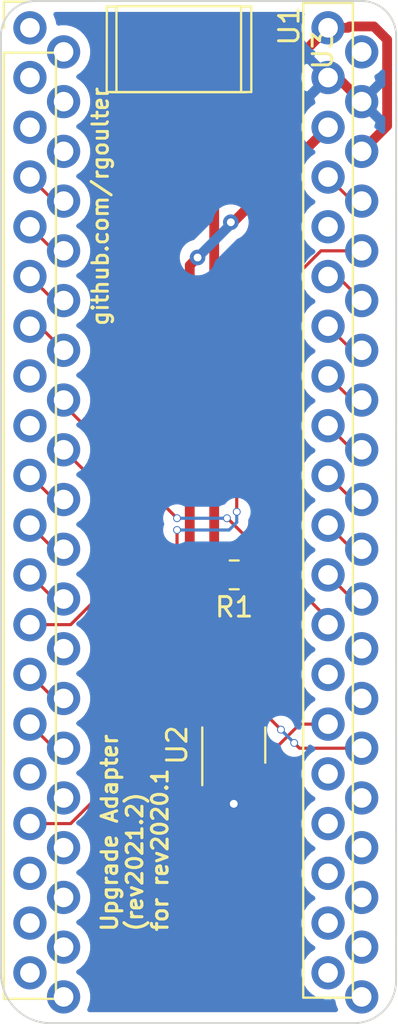
<source format=kicad_pcb>
(kicad_pcb (version 20171130) (host pcbnew "(5.1.8-0-10_14)")

  (general
    (thickness 1.6)
    (drawings 14)
    (tracks 93)
    (zones 0)
    (modules 4)
    (nets 27)
  )

  (page A4)
  (layers
    (0 F.Cu signal)
    (31 B.Cu signal)
    (32 B.Adhes user)
    (33 F.Adhes user)
    (34 B.Paste user)
    (35 F.Paste user)
    (36 B.SilkS user)
    (37 F.SilkS user)
    (38 B.Mask user)
    (39 F.Mask user)
    (40 Dwgs.User user)
    (41 Cmts.User user)
    (42 Eco1.User user)
    (43 Eco2.User user)
    (44 Edge.Cuts user)
    (45 Margin user)
    (46 B.CrtYd user)
    (47 F.CrtYd user)
    (48 B.Fab user)
    (49 F.Fab user)
  )

  (setup
    (last_trace_width 0.16)
    (trace_clearance 0.2)
    (zone_clearance 0.508)
    (zone_45_only no)
    (trace_min 0.16)
    (via_size 0.4)
    (via_drill 0.3)
    (via_min_size 0.4)
    (via_min_drill 0.3)
    (uvia_size 0.3)
    (uvia_drill 0.1)
    (uvias_allowed no)
    (uvia_min_size 0.2)
    (uvia_min_drill 0.1)
    (edge_width 0.1)
    (segment_width 0.2)
    (pcb_text_width 0.3)
    (pcb_text_size 1.5 1.5)
    (mod_edge_width 0.15)
    (mod_text_size 1 1)
    (mod_text_width 0.15)
    (pad_size 1.7 1.7)
    (pad_drill 1)
    (pad_to_mask_clearance 0)
    (aux_axis_origin 0 0)
    (grid_origin 25 25)
    (visible_elements FFFFFF7F)
    (pcbplotparams
      (layerselection 0x010fc_ffffffff)
      (usegerberextensions false)
      (usegerberattributes true)
      (usegerberadvancedattributes true)
      (creategerberjobfile true)
      (excludeedgelayer true)
      (linewidth 0.100000)
      (plotframeref false)
      (viasonmask false)
      (mode 1)
      (useauxorigin false)
      (hpglpennumber 1)
      (hpglpenspeed 20)
      (hpglpendiameter 15.000000)
      (psnegative false)
      (psa4output false)
      (plotreference true)
      (plotvalue true)
      (plotinvisibletext false)
      (padsonsilk false)
      (subtractmaskfromsilk false)
      (outputformat 1)
      (mirror false)
      (drillshape 0)
      (scaleselection 1)
      (outputdirectory "gerber/daughterboard_adapter_for-rev2020.1/"))
  )

  (net 0 "")
  (net 1 /5V)
  (net 2 /RGB_DIN_5V)
  (net 3 /RGB_DIN_3V3)
  (net 4 /GND)
  (net 5 /SW25)
  (net 6 /SW11)
  (net 7 /SW31)
  (net 8 /SW12)
  (net 9 /SW32)
  (net 10 /SW13)
  (net 11 /SW33)
  (net 12 /SW14)
  (net 13 /SW34)
  (net 14 /SW15)
  (net 15 /SW35)
  (net 16 /SW21)
  (net 17 /SW41)
  (net 18 /SW22)
  (net 19 /SW42)
  (net 20 /SW23)
  (net 21 /SW43)
  (net 22 /SW24)
  (net 23 /SCL_TX)
  (net 24 /SDA_RX)
  (net 25 "Net-(R1-Pad1)")
  (net 26 /3V3)

  (net_class Default "This is the default net class."
    (clearance 0.2)
    (trace_width 0.16)
    (via_dia 0.4)
    (via_drill 0.3)
    (uvia_dia 0.3)
    (uvia_drill 0.1)
    (add_net /3V3)
    (add_net /RGB_DIN_3V3)
    (add_net /RGB_DIN_5V)
    (add_net /SCL_TX)
    (add_net /SDA_RX)
    (add_net /SW11)
    (add_net /SW12)
    (add_net /SW13)
    (add_net /SW14)
    (add_net /SW15)
    (add_net /SW21)
    (add_net /SW22)
    (add_net /SW23)
    (add_net /SW24)
    (add_net /SW25)
    (add_net /SW31)
    (add_net /SW32)
    (add_net /SW33)
    (add_net /SW34)
    (add_net /SW35)
    (add_net /SW41)
    (add_net /SW42)
    (add_net /SW43)
    (add_net "Net-(R1-Pad1)")
  )

  (net_class Power ""
    (clearance 0.2)
    (trace_width 0.5)
    (via_dia 0.8)
    (via_drill 0.4)
    (uvia_dia 0.3)
    (uvia_drill 0.1)
    (add_net /5V)
    (add_net /GND)
  )

  (module ProjectLocal:WeAct_MiniF4_Staggerable_rev2020.1 (layer F.Cu) (tedit 6044A44A) (tstamp 6044BEFF)
    (at 28.2 27.6)
    (descr "Through hole headers for BluePill module. No SWD breakout. Fancy silkscreen.")
    (tags "module BlluePill Blue Pill header SWD breakout")
    (path /6045557F)
    (fp_text reference U3 (at 13.252 -0.1 90) (layer F.SilkS)
      (effects (font (size 1 1) (thickness 0.15)))
    )
    (fp_text value MiniF4 (at 20.32 24.765 -90) (layer F.Fab) hide
      (effects (font (size 1 1) (thickness 0.15)))
    )
    (fp_line (start 13.97 49.53) (end 13.97 -1.27) (layer F.Fab) (width 0.1))
    (fp_line (start 16.51 49.53) (end 13.97 49.53) (layer F.Fab) (width 0.1))
    (fp_line (start 16.51 -1.27) (end 16.51 49.53) (layer F.Fab) (width 0.1))
    (fp_line (start 13.97 -1.27) (end 16.51 -1.27) (layer F.Fab) (width 0.1))
    (fp_line (start -1.27 49.53) (end -1.27 -0.635) (layer F.Fab) (width 0.1))
    (fp_line (start 1.27 49.53) (end -1.27 49.53) (layer F.Fab) (width 0.1))
    (fp_line (start 1.27 -1.27) (end 1.27 49.53) (layer F.Fab) (width 0.1))
    (fp_line (start -0.635 -1.27) (end 1.27 -1.27) (layer F.Fab) (width 0.1))
    (fp_line (start -1.27 -0.635) (end -0.635 -1.27) (layer F.Fab) (width 0.1))
    (fp_line (start 3.72 3.48) (end 11.52 3.48) (layer F.Fab) (width 0.1))
    (pad 5V thru_hole circle (at 15.24 0) (size 1.7 1.7) (drill 1) (layers *.Cu *.Mask))
    (pad 25 thru_hole circle (at 0 0) (size 1.7 1.7) (drill 1) (layers *.Cu *.Mask))
    (pad GND thru_hole circle (at 15.24 2.54) (size 1.7 1.7) (drill 1) (layers *.Cu *.Mask)
      (net 4 /GND))
    (pad 26 thru_hole circle (at 0 2.54) (size 1.7 1.7) (drill 1) (layers *.Cu *.Mask))
    (pad 3V3 thru_hole circle (at 15.24 5.08) (size 1.7 1.7) (drill 1) (layers *.Cu *.Mask)
      (net 1 /5V))
    (pad 27 thru_hole circle (at 0 5.08) (size 1.7 1.7) (drill 1) (layers *.Cu *.Mask))
    (pad 21 thru_hole circle (at 15.24 7.62) (size 1.7 1.7) (drill 1) (layers *.Cu *.Mask)
      (net 5 /SW25))
    (pad 28 thru_hole circle (at 0 7.62) (size 1.7 1.7) (drill 1) (layers *.Cu *.Mask)
      (net 6 /SW11))
    (pad 20 thru_hole circle (at 15.24 10.16) (size 1.7 1.7) (drill 1) (layers *.Cu *.Mask)
      (net 7 /SW31))
    (pad 29 thru_hole circle (at 0 10.16) (size 1.7 1.7) (drill 1) (layers *.Cu *.Mask)
      (net 8 /SW12))
    (pad 19 thru_hole circle (at 15.24 12.7) (size 1.7 1.7) (drill 1) (layers *.Cu *.Mask)
      (net 9 /SW32))
    (pad 30 thru_hole circle (at 0 12.7) (size 1.7 1.7) (drill 1) (layers *.Cu *.Mask)
      (net 10 /SW13))
    (pad 18 thru_hole circle (at 15.24 15.24) (size 1.7 1.7) (drill 1) (layers *.Cu *.Mask)
      (net 11 /SW33))
    (pad 31 thru_hole circle (at 0 15.24) (size 1.7 1.7) (drill 1) (layers *.Cu *.Mask)
      (net 12 /SW14))
    (pad 17 thru_hole circle (at 15.24 17.78) (size 1.7 1.7) (drill 1) (layers *.Cu *.Mask)
      (net 13 /SW34))
    (pad 32 thru_hole circle (at 0 17.78) (size 1.7 1.7) (drill 1) (layers *.Cu *.Mask)
      (net 14 /SW15))
    (pad 16 thru_hole circle (at 15.24 20.32) (size 1.7 1.7) (drill 1) (layers *.Cu *.Mask)
      (net 15 /SW35))
    (pad 33 thru_hole circle (at 0 20.32) (size 1.7 1.7) (drill 1) (layers *.Cu *.Mask)
      (net 16 /SW21))
    (pad 15 thru_hole circle (at 15.24 22.86) (size 1.7 1.7) (drill 1) (layers *.Cu *.Mask)
      (net 17 /SW41))
    (pad 38 thru_hole circle (at 0 22.86) (size 1.7 1.7) (drill 1) (layers *.Cu *.Mask)
      (net 18 /SW22))
    (pad 14 thru_hole circle (at 15.24 25.4) (size 1.7 1.7) (drill 1) (layers *.Cu *.Mask)
      (net 19 /SW42))
    (pad 39 thru_hole circle (at 0 25.4) (size 1.7 1.7) (drill 1) (layers *.Cu *.Mask)
      (net 20 /SW23))
    (pad 13 thru_hole circle (at 15.24 27.94) (size 1.7 1.7) (drill 1) (layers *.Cu *.Mask)
      (net 21 /SW43))
    (pad 40 thru_hole circle (at 0 27.94) (size 1.7 1.7) (drill 1) (layers *.Cu *.Mask)
      (net 22 /SW24))
    (pad 12 thru_hole circle (at 15.24 30.48) (size 1.7 1.7) (drill 1) (layers *.Cu *.Mask))
    (pad 41 thru_hole circle (at 0 30.48) (size 1.7 1.7) (drill 1) (layers *.Cu *.Mask))
    (pad 11 thru_hole circle (at 15.24 33.02) (size 1.7 1.7) (drill 1) (layers *.Cu *.Mask))
    (pad 42 thru_hole circle (at 0 33.02) (size 1.7 1.7) (drill 1) (layers *.Cu *.Mask)
      (net 23 /SCL_TX))
    (pad 10 thru_hole circle (at 15.24 35.56) (size 1.7 1.7) (drill 1) (layers *.Cu *.Mask)
      (net 2 /RGB_DIN_5V))
    (pad 43 thru_hole circle (at 0 35.56) (size 1.7 1.7) (drill 1) (layers *.Cu *.Mask)
      (net 24 /SDA_RX))
    (pad 7 thru_hole circle (at 15.24 38.1) (size 1.7 1.7) (drill 1) (layers *.Cu *.Mask))
    (pad 45 thru_hole circle (at 0 38.1) (size 1.7 1.7) (drill 1) (layers *.Cu *.Mask))
    (pad 4 thru_hole circle (at 15.24 40.64) (size 1.7 1.7) (drill 1) (layers *.Cu *.Mask))
    (pad 46 thru_hole circle (at 0 40.64) (size 1.7 1.7) (drill 1) (layers *.Cu *.Mask))
    (pad 3 thru_hole circle (at 15.24 43.18) (size 1.7 1.7) (drill 1) (layers *.Cu *.Mask))
    (pad NC_5V thru_hole circle (at 0 43.18) (size 1.7 1.7) (drill 1) (layers *.Cu *.Mask))
    (pad 2 thru_hole circle (at 15.24 45.72) (size 1.7 1.7) (drill 1) (layers *.Cu *.Mask))
    (pad NC_GND thru_hole circle (at 0 45.72) (size 1.7 1.7) (drill 1) (layers *.Cu *.Mask))
    (pad 1 thru_hole circle (at 15.24 48.26) (size 1.7 1.7) (drill 1) (layers *.Cu *.Mask))
    (pad NC_3V3 thru_hole circle (at 0 48.26) (size 1.7 1.7) (drill 1) (layers *.Cu *.Mask))
    (model ${KIPRJMOD}/minif4_stm32f401_stm32f411_board.step
      (offset (xyz 7.6 -25 8))
      (scale (xyz 1 1 1))
      (rotate (xyz 0 0 90))
    )
    (model ${KISYS3DMOD}/Package_DIP.3dshapes/DIP-40_W15.24mm_Socket.step
      (at (xyz 0 0 0))
      (scale (xyz 1 1 1))
      (rotate (xyz 0 0 0))
    )
  )

  (module ProjectLocal:WeAct_MiniF4_Staggerable_rev2020.1 (layer F.Cu) (tedit 6044A36B) (tstamp 6044BFA7)
    (at 26.48 26.37)
    (descr "Through hole headers for BluePill module. No SWD breakout. Fancy silkscreen.")
    (tags "module BlluePill Blue Pill header SWD breakout")
    (path /60452D1B)
    (fp_text reference U1 (at 13.252 -0.1 90) (layer F.SilkS)
      (effects (font (size 1 1) (thickness 0.15)))
    )
    (fp_text value MiniF4 (at 20.32 24.765 -90) (layer F.Fab) hide
      (effects (font (size 1 1) (thickness 0.15)))
    )
    (fp_line (start 4.169988 -1.085) (end 4.169988 -1.089215) (layer F.SilkS) (width 0.12))
    (fp_line (start 11.070011 -1.085) (end 11.070011 -1.089215) (layer F.SilkS) (width 0.12))
    (fp_line (start 11.070011 3.29) (end 4.169988 3.29) (layer F.SilkS) (width 0.12))
    (fp_line (start 4.423589 -1.085064) (end 4.423589 3.29) (layer F.SilkS) (width 0.12))
    (fp_line (start 3.923589 -1.090575) (end 3.923572 -1.0935) (layer F.SilkS) (width 0.12))
    (fp_line (start 3.930103 -1.085) (end 3.923589 3.28) (layer F.SilkS) (width 0.12))
    (fp_line (start 11.31641 3.28) (end 3.923589 3.28) (layer F.SilkS) (width 0.12))
    (fp_line (start 3.930103 -1.085) (end 4.42 -1.085) (layer F.SilkS) (width 0.12))
    (fp_line (start 11.316427 -1.0935) (end 11.31641 3.28) (layer F.SilkS) (width 0.12))
    (fp_line (start 11.31641 -1.090575) (end 11.316427 -1.0935) (layer F.SilkS) (width 0.12))
    (fp_line (start 11.309896 -1.085) (end 10.82 -1.085) (layer F.SilkS) (width 0.12))
    (fp_line (start 10.795 -1.085064) (end 10.795 3.29) (layer F.SilkS) (width 0.12))
    (fp_line (start 10.82 -1.085) (end 10.81641 -1.085064) (layer F.SilkS) (width 0.12))
    (fp_line (start 4.42 -1.085) (end 4.423589 -1.085064) (layer F.SilkS) (width 0.12))
    (fp_line (start 10.758464 -1.106175) (end 4.481535 -1.106175) (layer F.SilkS) (width 0.12))
    (fp_line (start 3.928513 -1.085331) (end 3.930103 -1.085) (layer F.SilkS) (width 0.12))
    (fp_line (start 3.923572 -1.0935) (end 3.928513 -1.085331) (layer F.SilkS) (width 0.12))
    (fp_line (start 11.311486 -1.085331) (end 11.309896 -1.085) (layer F.SilkS) (width 0.12))
    (fp_line (start 11.316427 -1.0935) (end 11.311486 -1.085331) (layer F.SilkS) (width 0.12))
    (fp_line (start 13.97 49.53) (end 13.97 -1.27) (layer F.Fab) (width 0.1))
    (fp_line (start 16.51 49.53) (end 13.97 49.53) (layer F.Fab) (width 0.1))
    (fp_line (start 16.51 -1.27) (end 16.51 49.53) (layer F.Fab) (width 0.1))
    (fp_line (start 13.97 -1.27) (end 16.51 -1.27) (layer F.Fab) (width 0.1))
    (fp_line (start -1.27 49.53) (end -1.27 -0.635) (layer F.Fab) (width 0.1))
    (fp_line (start 1.27 49.53) (end -1.27 49.53) (layer F.Fab) (width 0.1))
    (fp_line (start 1.27 -1.27) (end 1.27 49.53) (layer F.Fab) (width 0.1))
    (fp_line (start -0.635 -1.27) (end 1.27 -1.27) (layer F.Fab) (width 0.1))
    (fp_line (start -1.27 -0.635) (end -0.635 -1.27) (layer F.Fab) (width 0.1))
    (fp_line (start 3.72 3.48) (end 11.52 3.48) (layer F.Fab) (width 0.1))
    (fp_line (start -1.33 1.27) (end 1.33 1.27) (layer F.SilkS) (width 0.12))
    (fp_line (start 1.33 1.27) (end 1.33 49.59) (layer F.SilkS) (width 0.12))
    (fp_line (start 1.33 49.59) (end -1.33 49.59) (layer F.SilkS) (width 0.12))
    (fp_line (start -1.33 49.59) (end -1.33 1.27) (layer F.SilkS) (width 0.12))
    (fp_line (start 13.97 -1.27) (end 16.51 -1.27) (layer F.SilkS) (width 0.12))
    (fp_line (start 16.51 -1.27) (end 16.51 49.53) (layer F.SilkS) (width 0.12))
    (fp_line (start 16.51 49.53) (end 13.97 49.53) (layer F.SilkS) (width 0.12))
    (fp_line (start 13.97 49.53) (end 13.97 -1.27) (layer F.SilkS) (width 0.12))
    (fp_line (start -1.33 0) (end -1.33 -1.33) (layer F.SilkS) (width 0.12))
    (fp_line (start -1.33 -1.33) (end 0 -1.33) (layer F.SilkS) (width 0.12))
    (pad 5V thru_hole circle (at 15.24 0) (size 1.7 1.7) (drill 1) (layers *.Cu *.Mask)
      (net 1 /5V))
    (pad 25 thru_hole circle (at 0 0) (size 1.7 1.7) (drill 1) (layers *.Cu *.Mask))
    (pad GND thru_hole circle (at 15.24 2.54) (size 1.7 1.7) (drill 1) (layers *.Cu *.Mask)
      (net 4 /GND))
    (pad 26 thru_hole circle (at 0 2.54) (size 1.7 1.7) (drill 1) (layers *.Cu *.Mask))
    (pad 3V3 thru_hole circle (at 15.24 5.08) (size 1.7 1.7) (drill 1) (layers *.Cu *.Mask)
      (net 26 /3V3))
    (pad 27 thru_hole circle (at 0 5.08) (size 1.7 1.7) (drill 1) (layers *.Cu *.Mask))
    (pad 21 thru_hole circle (at 15.24 7.62) (size 1.7 1.7) (drill 1) (layers *.Cu *.Mask)
      (net 5 /SW25))
    (pad 28 thru_hole circle (at 0 7.62) (size 1.7 1.7) (drill 1) (layers *.Cu *.Mask)
      (net 6 /SW11))
    (pad 20 thru_hole circle (at 15.24 10.16) (size 1.7 1.7) (drill 1) (layers *.Cu *.Mask))
    (pad 29 thru_hole circle (at 0 10.16) (size 1.7 1.7) (drill 1) (layers *.Cu *.Mask)
      (net 8 /SW12))
    (pad 19 thru_hole circle (at 15.24 12.7) (size 1.7 1.7) (drill 1) (layers *.Cu *.Mask)
      (net 9 /SW32))
    (pad 30 thru_hole circle (at 0 12.7) (size 1.7 1.7) (drill 1) (layers *.Cu *.Mask)
      (net 10 /SW13))
    (pad 18 thru_hole circle (at 15.24 15.24) (size 1.7 1.7) (drill 1) (layers *.Cu *.Mask)
      (net 11 /SW33))
    (pad 31 thru_hole circle (at 0 15.24) (size 1.7 1.7) (drill 1) (layers *.Cu *.Mask)
      (net 12 /SW14))
    (pad 17 thru_hole circle (at 15.24 17.78) (size 1.7 1.7) (drill 1) (layers *.Cu *.Mask)
      (net 13 /SW34))
    (pad 32 thru_hole circle (at 0 17.78) (size 1.7 1.7) (drill 1) (layers *.Cu *.Mask))
    (pad 16 thru_hole circle (at 15.24 20.32) (size 1.7 1.7) (drill 1) (layers *.Cu *.Mask)
      (net 15 /SW35))
    (pad 33 thru_hole circle (at 0 20.32) (size 1.7 1.7) (drill 1) (layers *.Cu *.Mask))
    (pad 15 thru_hole circle (at 15.24 22.86) (size 1.7 1.7) (drill 1) (layers *.Cu *.Mask)
      (net 17 /SW41))
    (pad 38 thru_hole circle (at 0 22.86) (size 1.7 1.7) (drill 1) (layers *.Cu *.Mask)
      (net 18 /SW22))
    (pad 14 thru_hole circle (at 15.24 25.4) (size 1.7 1.7) (drill 1) (layers *.Cu *.Mask)
      (net 19 /SW42))
    (pad 39 thru_hole circle (at 0 25.4) (size 1.7 1.7) (drill 1) (layers *.Cu *.Mask)
      (net 20 /SW23))
    (pad 13 thru_hole circle (at 15.24 27.94) (size 1.7 1.7) (drill 1) (layers *.Cu *.Mask)
      (net 21 /SW43))
    (pad 40 thru_hole circle (at 0 27.94) (size 1.7 1.7) (drill 1) (layers *.Cu *.Mask)
      (net 22 /SW24))
    (pad 12 thru_hole circle (at 15.24 30.48) (size 1.7 1.7) (drill 1) (layers *.Cu *.Mask)
      (net 14 /SW15))
    (pad 41 thru_hole circle (at 0 30.48) (size 1.7 1.7) (drill 1) (layers *.Cu *.Mask)
      (net 16 /SW21))
    (pad 11 thru_hole circle (at 15.24 33.02) (size 1.7 1.7) (drill 1) (layers *.Cu *.Mask))
    (pad 42 thru_hole circle (at 0 33.02) (size 1.7 1.7) (drill 1) (layers *.Cu *.Mask)
      (net 23 /SCL_TX))
    (pad 10 thru_hole circle (at 15.24 35.56) (size 1.7 1.7) (drill 1) (layers *.Cu *.Mask)
      (net 3 /RGB_DIN_3V3))
    (pad 43 thru_hole circle (at 0 35.56) (size 1.7 1.7) (drill 1) (layers *.Cu *.Mask)
      (net 24 /SDA_RX))
    (pad 7 thru_hole circle (at 15.24 38.1) (size 1.7 1.7) (drill 1) (layers *.Cu *.Mask))
    (pad 45 thru_hole circle (at 0 38.1) (size 1.7 1.7) (drill 1) (layers *.Cu *.Mask))
    (pad 4 thru_hole circle (at 15.24 40.64) (size 1.7 1.7) (drill 1) (layers *.Cu *.Mask))
    (pad 46 thru_hole circle (at 0 40.64) (size 1.7 1.7) (drill 1) (layers *.Cu *.Mask)
      (net 7 /SW31))
    (pad 3 thru_hole circle (at 15.24 43.18) (size 1.7 1.7) (drill 1) (layers *.Cu *.Mask))
    (pad NC_5V thru_hole circle (at 0 43.18) (size 1.7 1.7) (drill 1) (layers *.Cu *.Mask))
    (pad 2 thru_hole circle (at 15.24 45.72) (size 1.7 1.7) (drill 1) (layers *.Cu *.Mask))
    (pad NC_GND thru_hole circle (at 0 45.72) (size 1.7 1.7) (drill 1) (layers *.Cu *.Mask))
    (pad 1 thru_hole circle (at 15.24 48.26) (size 1.7 1.7) (drill 1) (layers *.Cu *.Mask))
    (pad NC_3V3 thru_hole circle (at 0 48.26) (size 1.7 1.7) (drill 1) (layers *.Cu *.Mask))
    (model ${KIPRJMOD}/minif4_stm32f401_stm32f411_board.step
      (offset (xyz 7.6 -25 8))
      (scale (xyz 1 1 1))
      (rotate (xyz 0 0 90))
    )
    (model ${KISYS3DMOD}/Package_DIP.3dshapes/DIP-40_W15.24mm_Socket.step
      (at (xyz 0 0 0))
      (scale (xyz 1 1 1))
      (rotate (xyz 0 0 0))
    )
  )

  (module Package_TO_SOT_SMD:SOT-23-6_Handsoldering (layer F.Cu) (tedit 5A02FF57) (tstamp 6044C09F)
    (at 36.9 63 90)
    (descr "6-pin SOT-23 package, Handsoldering")
    (tags "SOT-23-6 Handsoldering")
    (path /603EC747)
    (attr smd)
    (fp_text reference U2 (at 0 -2.9 90) (layer F.SilkS)
      (effects (font (size 1 1) (thickness 0.15)))
    )
    (fp_text value SN74LVC1T45DBV (at 0 2.9 90) (layer F.Fab)
      (effects (font (size 1 1) (thickness 0.15)))
    )
    (fp_line (start 0.9 -1.55) (end 0.9 1.55) (layer F.Fab) (width 0.1))
    (fp_line (start 0.9 1.55) (end -0.9 1.55) (layer F.Fab) (width 0.1))
    (fp_line (start -0.9 -0.9) (end -0.9 1.55) (layer F.Fab) (width 0.1))
    (fp_line (start 0.9 -1.55) (end -0.25 -1.55) (layer F.Fab) (width 0.1))
    (fp_line (start -0.9 -0.9) (end -0.25 -1.55) (layer F.Fab) (width 0.1))
    (fp_line (start -2.4 -1.8) (end 2.4 -1.8) (layer F.CrtYd) (width 0.05))
    (fp_line (start 2.4 -1.8) (end 2.4 1.8) (layer F.CrtYd) (width 0.05))
    (fp_line (start 2.4 1.8) (end -2.4 1.8) (layer F.CrtYd) (width 0.05))
    (fp_line (start -2.4 1.8) (end -2.4 -1.8) (layer F.CrtYd) (width 0.05))
    (fp_line (start 0.9 -1.61) (end -2.05 -1.61) (layer F.SilkS) (width 0.12))
    (fp_line (start -0.9 1.61) (end 0.9 1.61) (layer F.SilkS) (width 0.12))
    (fp_text user %R (at 0 0) (layer F.Fab)
      (effects (font (size 0.5 0.5) (thickness 0.075)))
    )
    (pad 1 smd rect (at -1.35 -0.95 90) (size 1.56 0.65) (layers F.Cu F.Paste F.Mask)
      (net 26 /3V3))
    (pad 2 smd rect (at -1.35 0 90) (size 1.56 0.65) (layers F.Cu F.Paste F.Mask)
      (net 4 /GND))
    (pad 3 smd rect (at -1.35 0.95 90) (size 1.56 0.65) (layers F.Cu F.Paste F.Mask)
      (net 3 /RGB_DIN_3V3))
    (pad 4 smd rect (at 1.35 0.95 90) (size 1.56 0.65) (layers F.Cu F.Paste F.Mask)
      (net 2 /RGB_DIN_5V))
    (pad 6 smd rect (at 1.35 -0.95 90) (size 1.56 0.65) (layers F.Cu F.Paste F.Mask)
      (net 1 /5V))
    (pad 5 smd rect (at 1.35 0 90) (size 1.56 0.65) (layers F.Cu F.Paste F.Mask)
      (net 25 "Net-(R1-Pad1)"))
    (model ${KISYS3DMOD}/Package_TO_SOT_SMD.3dshapes/SOT-23-6.wrl
      (at (xyz 0 0 0))
      (scale (xyz 1 1 1))
      (rotate (xyz 0 0 0))
    )
  )

  (module Resistor_SMD:R_0805_2012Metric_Pad1.20x1.40mm_HandSolder (layer F.Cu) (tedit 5F68FEEE) (tstamp 6044C067)
    (at 36.921 54.308 180)
    (descr "Resistor SMD 0805 (2012 Metric), square (rectangular) end terminal, IPC_7351 nominal with elongated pad for handsoldering. (Body size source: IPC-SM-782 page 72, https://www.pcb-3d.com/wordpress/wp-content/uploads/ipc-sm-782a_amendment_1_and_2.pdf), generated with kicad-footprint-generator")
    (tags "resistor handsolder")
    (path /603F5BAE)
    (attr smd)
    (fp_text reference R1 (at 0 -1.65) (layer F.SilkS)
      (effects (font (size 1 1) (thickness 0.15)))
    )
    (fp_text value "2.2k - 10k" (at 0 1.65) (layer F.Fab)
      (effects (font (size 1 1) (thickness 0.15)))
    )
    (fp_line (start 1.85 0.95) (end -1.85 0.95) (layer F.CrtYd) (width 0.05))
    (fp_line (start 1.85 -0.95) (end 1.85 0.95) (layer F.CrtYd) (width 0.05))
    (fp_line (start -1.85 -0.95) (end 1.85 -0.95) (layer F.CrtYd) (width 0.05))
    (fp_line (start -1.85 0.95) (end -1.85 -0.95) (layer F.CrtYd) (width 0.05))
    (fp_line (start -0.227064 0.735) (end 0.227064 0.735) (layer F.SilkS) (width 0.12))
    (fp_line (start -0.227064 -0.735) (end 0.227064 -0.735) (layer F.SilkS) (width 0.12))
    (fp_line (start 1 0.625) (end -1 0.625) (layer F.Fab) (width 0.1))
    (fp_line (start 1 -0.625) (end 1 0.625) (layer F.Fab) (width 0.1))
    (fp_line (start -1 -0.625) (end 1 -0.625) (layer F.Fab) (width 0.1))
    (fp_line (start -1 0.625) (end -1 -0.625) (layer F.Fab) (width 0.1))
    (fp_text user %R (at 0 0) (layer F.Fab)
      (effects (font (size 0.5 0.5) (thickness 0.08)))
    )
    (pad 1 smd roundrect (at -1 0 180) (size 1.2 1.4) (layers F.Cu F.Paste F.Mask) (roundrect_rratio 0.2083325)
      (net 25 "Net-(R1-Pad1)"))
    (pad 2 smd roundrect (at 1 0 180) (size 1.2 1.4) (layers F.Cu F.Paste F.Mask) (roundrect_rratio 0.2083325)
      (net 1 /5V))
    (model ${KISYS3DMOD}/Resistor_SMD.3dshapes/R_0805_2012Metric.wrl
      (at (xyz 0 0 0))
      (scale (xyz 1 1 1))
      (rotate (xyz 0 0 0))
    )
  )

  (gr_arc (start 27.54 74.66) (end 25 74.66) (angle -90) (layer Edge.Cuts) (width 0.1))
  (gr_arc (start 43.034 75.038) (end 43.034 77.2) (angle -90) (layer Edge.Cuts) (width 0.1))
  (gr_arc (start 26.778 26.778) (end 26.778 25) (angle -90) (layer Edge.Cuts) (width 0.1))
  (gr_arc (start 43.422 26.778) (end 45.2 26.778) (angle -90) (layer Edge.Cuts) (width 0.1))
  (gr_line (start 31.968 73.993) (end 38.191 73.993) (layer Dwgs.User) (width 3) (tstamp 6044C04F))
  (gr_line (start 32.222 43.005) (end 38.445 43.005) (layer Dwgs.User) (width 3) (tstamp 6044C088))
  (gr_line (start 32.222 58.118) (end 38.445 58.118) (layer Dwgs.User) (width 3) (tstamp 6044C055))
  (gr_line (start 31.587 27.638) (end 37.81 27.638) (layer Dwgs.User) (width 3) (tstamp 6044C04C))
  (gr_text github.com/rgoulter (at 30.08 29.318 90) (layer F.SilkS) (tstamp 6044C0D0)
    (effects (font (size 0.8 0.8) (thickness 0.15)) (justify right))
  )
  (gr_text "Upgrade Adapter\n(rev2021.2)\nfor rev2020.1" (at 31.841 72.596 90) (layer F.SilkS) (tstamp 6044C0D3)
    (effects (font (size 0.8 0.8) (thickness 0.16)) (justify left))
  )
  (gr_line (start 25 74.66) (end 25 26.778) (layer Edge.Cuts) (width 0.1) (tstamp 6044C0CA))
  (gr_line (start 43.034 77.2) (end 27.54 77.2) (layer Edge.Cuts) (width 0.1) (tstamp 6044C0CD))
  (gr_line (start 45.2 26.778) (end 45.196 75.038) (layer Edge.Cuts) (width 0.1) (tstamp 6044BED2))
  (gr_line (start 26.778 25) (end 43.422 25) (layer Edge.Cuts) (width 0.1) (tstamp 6044BECF))

  (segment (start 35.9 61.6) (end 35.95 61.65) (width 0.5) (layer F.Cu) (net 1) (tstamp 6044C169) (status 30))
  (segment (start 35.9 32.19) (end 35.9 61.6) (width 0.5) (layer F.Cu) (net 1) (tstamp 6044C16C) (status 20))
  (segment (start 35.9 32.19) (end 41.72 26.37) (width 0.5) (layer F.Cu) (net 1) (tstamp 6044C16F) (status 20))
  (segment (start 44.740001 31.379999) (end 43.44 32.68) (width 0.5) (layer F.Cu) (net 1) (tstamp 6044C175) (status 20))
  (segment (start 44.740001 26.975999) (end 44.740001 31.379999) (width 0.5) (layer F.Cu) (net 1) (tstamp 6044E318))
  (segment (start 44.064001 26.299999) (end 44.740001 26.975999) (width 0.5) (layer F.Cu) (net 1) (tstamp 6044C17B))
  (segment (start 42.815999 26.299999) (end 44.064001 26.299999) (width 0.5) (layer F.Cu) (net 1) (tstamp 6044C17E))
  (segment (start 42.745998 26.37) (end 42.815999 26.299999) (width 0.5) (layer F.Cu) (net 1) (tstamp 6044C181))
  (segment (start 41.72 26.37) (end 42.745998 26.37) (width 0.5) (layer F.Cu) (net 1) (tstamp 6044C184) (status 10))
  (via (at 39.989412 62.889412) (size 0.4) (drill 0.3) (layers F.Cu B.Cu) (net 2) (tstamp 6044C15D))
  (segment (start 40.26 63.16) (end 39.989412 62.889412) (width 0.16) (layer F.Cu) (net 2) (tstamp 6044C15A))
  (segment (start 43.44 63.16) (end 40.26 63.16) (width 0.16) (layer F.Cu) (net 2) (tstamp 6044C157) (status 10))
  (via (at 39.310588 62.210588) (size 0.4) (drill 0.3) (layers F.Cu B.Cu) (net 2) (tstamp 6044C154))
  (segment (start 39.989412 62.889412) (end 39.310588 62.210588) (width 0.16) (layer B.Cu) (net 2) (tstamp 6044C151))
  (segment (start 38.75 61.65) (end 37.85 61.65) (width 0.16) (layer F.Cu) (net 2) (tstamp 6044C14E) (status 20))
  (segment (start 39.310588 62.210588) (end 38.75 61.65) (width 0.16) (layer F.Cu) (net 2) (tstamp 6044C14B))
  (segment (start 40.27 61.93) (end 37.85 64.35) (width 0.16) (layer F.Cu) (net 3) (tstamp 6044C148) (status 20))
  (segment (start 41.72 61.93) (end 40.27 61.93) (width 0.16) (layer F.Cu) (net 3) (tstamp 6044C145) (status 10))
  (segment (start 42.21 28.91) (end 43.44 30.14) (width 0.5) (layer F.Cu) (net 4) (tstamp 6044C142) (status 30))
  (segment (start 41.72 28.91) (end 42.21 28.91) (width 0.5) (layer F.Cu) (net 4) (tstamp 6044C13F) (status 30))
  (via (at 36.9 66) (size 0.8) (drill 0.4) (layers F.Cu B.Cu) (net 4) (tstamp 6044C13C))
  (segment (start 36.9 64.35) (end 36.9 66) (width 0.5) (layer F.Cu) (net 4) (tstamp 6044C139) (status 10))
  (segment (start 42.95 35.22) (end 43.44 35.22) (width 0.16) (layer F.Cu) (net 5) (tstamp 6044C11B) (status 30))
  (segment (start 41.72 33.99) (end 42.95 35.22) (width 0.16) (layer F.Cu) (net 5) (tstamp 6044C118) (status 30))
  (segment (start 27.71 35.22) (end 28.2 35.22) (width 0.16) (layer F.Cu) (net 6) (tstamp 6044C115) (status 30))
  (segment (start 26.48 33.99) (end 27.71 35.22) (width 0.16) (layer F.Cu) (net 6) (tstamp 6044C112) (status 30))
  (via (at 37.052001 51.087371) (size 0.4) (drill 0.3) (layers F.Cu B.Cu) (net 7))
  (segment (start 37.052001 42.065597) (end 37.052001 51.087371) (width 0.16) (layer F.Cu) (net 7))
  (segment (start 41.357598 37.76) (end 37.052001 42.065597) (width 0.16) (layer F.Cu) (net 7))
  (segment (start 43.44 37.76) (end 41.357598 37.76) (width 0.16) (layer F.Cu) (net 7))
  (via (at 34.000001 52.016003) (size 0.4) (drill 0.3) (layers F.Cu B.Cu) (net 7))
  (segment (start 36.660399 52.016003) (end 34.000001 52.016003) (width 0.16) (layer B.Cu) (net 7))
  (segment (start 37.052001 51.624401) (end 36.660399 52.016003) (width 0.16) (layer B.Cu) (net 7))
  (segment (start 37.052001 51.087371) (end 37.052001 51.624401) (width 0.16) (layer B.Cu) (net 7))
  (segment (start 28.562402 67.01) (end 26.48 67.01) (width 0.16) (layer F.Cu) (net 7))
  (segment (start 34.000001 61.572401) (end 28.562402 67.01) (width 0.16) (layer F.Cu) (net 7))
  (segment (start 34.000001 52.016003) (end 34.000001 61.572401) (width 0.16) (layer F.Cu) (net 7))
  (segment (start 27.71 37.76) (end 28.2 37.76) (width 0.16) (layer F.Cu) (net 8) (tstamp 6044C103) (status 30))
  (segment (start 26.48 36.53) (end 27.71 37.76) (width 0.16) (layer F.Cu) (net 8) (tstamp 6044C100) (status 30))
  (segment (start 42.21 39.07) (end 41.72 39.07) (width 0.16) (layer F.Cu) (net 9) (tstamp 6044C0FD) (status 30))
  (segment (start 43.44 40.3) (end 42.21 39.07) (width 0.16) (layer F.Cu) (net 9) (tstamp 6044C0FA) (status 30))
  (segment (start 27.71 40.3) (end 28.2 40.3) (width 0.16) (layer F.Cu) (net 10) (tstamp 6044C0F7) (status 30))
  (segment (start 26.48 39.07) (end 27.71 40.3) (width 0.16) (layer F.Cu) (net 10) (tstamp 6044C0F4) (status 30))
  (segment (start 42.95 42.84) (end 43.44 42.84) (width 0.16) (layer F.Cu) (net 11) (tstamp 6044C0F1) (status 30))
  (segment (start 41.72 41.61) (end 42.95 42.84) (width 0.16) (layer F.Cu) (net 11) (tstamp 6044C0EE) (status 30))
  (segment (start 26.97 41.61) (end 26.48 41.61) (width 0.16) (layer F.Cu) (net 12) (tstamp 6044C0EB) (status 30))
  (segment (start 28.2 42.84) (end 26.97 41.61) (width 0.16) (layer F.Cu) (net 12) (tstamp 6044C0E8) (status 30))
  (segment (start 42.95 45.38) (end 43.44 45.38) (width 0.16) (layer F.Cu) (net 13) (tstamp 6044C0E5) (status 30))
  (segment (start 41.72 44.15) (end 42.95 45.38) (width 0.16) (layer F.Cu) (net 13) (tstamp 6044C0E2) (status 30))
  (via (at 36.55 51.416) (size 0.4) (drill 0.3) (layers F.Cu B.Cu) (net 14))
  (segment (start 36.57855 51.416) (end 36.55 51.416) (width 0.16) (layer F.Cu) (net 14))
  (segment (start 41.72 56.55745) (end 36.57855 51.416) (width 0.16) (layer F.Cu) (net 14))
  (segment (start 41.72 56.85) (end 41.72 56.55745) (width 0.16) (layer F.Cu) (net 14))
  (via (at 34.000001 51.416) (size 0.4) (drill 0.3) (layers F.Cu B.Cu) (net 14))
  (segment (start 36.55 51.416) (end 34.000001 51.416) (width 0.16) (layer B.Cu) (net 14))
  (segment (start 28.2 45.615999) (end 28.2 45.38) (width 0.16) (layer F.Cu) (net 14))
  (segment (start 34.000001 51.416) (end 28.2 45.615999) (width 0.16) (layer F.Cu) (net 14))
  (segment (start 42.95 47.92) (end 43.44 47.92) (width 0.16) (layer F.Cu) (net 15) (tstamp 6044C1CC) (status 30))
  (segment (start 41.72 46.69) (end 42.95 47.92) (width 0.16) (layer F.Cu) (net 15) (tstamp 6044C1C9) (status 30))
  (segment (start 28.562402 56.85) (end 26.48 56.85) (width 0.16) (layer F.Cu) (net 16) (tstamp 6044C1C6) (status 20))
  (segment (start 29.21 48.91) (end 30.7 50.4) (width 0.16) (layer F.Cu) (net 16) (tstamp 6044C1C3))
  (segment (start 28.2 47.92) (end 29.19 48.91) (width 0.16) (layer F.Cu) (net 16) (tstamp 6044C1C0) (status 10))
  (segment (start 30.7 54.712402) (end 28.562402 56.85) (width 0.16) (layer F.Cu) (net 16) (tstamp 6044C1BD))
  (segment (start 29.19 48.91) (end 29.21 48.91) (width 0.16) (layer F.Cu) (net 16) (tstamp 6044C1BA))
  (segment (start 30.7 50.4) (end 30.7 54.712402) (width 0.16) (layer F.Cu) (net 16) (tstamp 6044C1B7))
  (segment (start 42.95 50.46) (end 43.44 50.46) (width 0.16) (layer F.Cu) (net 17) (tstamp 6044C1B4) (status 30))
  (segment (start 41.72 49.23) (end 42.95 50.46) (width 0.16) (layer F.Cu) (net 17) (tstamp 6044C1B1) (status 30))
  (segment (start 27.71 50.46) (end 28.2 50.46) (width 0.16) (layer F.Cu) (net 18) (tstamp 6044C1AE) (status 30))
  (segment (start 26.48 49.23) (end 27.71 50.46) (width 0.16) (layer F.Cu) (net 18) (tstamp 6044C1AB) (status 30))
  (segment (start 42.95 53) (end 43.44 53) (width 0.16) (layer F.Cu) (net 19) (tstamp 6044C1A8) (status 30))
  (segment (start 41.72 51.77) (end 42.95 53) (width 0.16) (layer F.Cu) (net 19) (tstamp 6044C1A5) (status 30))
  (segment (start 27.71 53) (end 28.2 53) (width 0.16) (layer F.Cu) (net 20) (tstamp 6044C1A2) (status 30))
  (segment (start 26.48 51.77) (end 27.71 53) (width 0.16) (layer F.Cu) (net 20) (tstamp 6044C19F) (status 30))
  (segment (start 42.95 55.54) (end 43.44 55.54) (width 0.16) (layer F.Cu) (net 21) (tstamp 6044C19C) (status 30))
  (segment (start 41.72 54.31) (end 42.95 55.54) (width 0.16) (layer F.Cu) (net 21) (tstamp 6044C199) (status 30))
  (segment (start 27.71 55.54) (end 28.2 55.54) (width 0.16) (layer F.Cu) (net 22) (tstamp 6044C196) (status 30))
  (segment (start 26.48 54.31) (end 27.71 55.54) (width 0.16) (layer F.Cu) (net 22) (tstamp 6044C193) (status 30))
  (segment (start 27.71 60.62) (end 28.2 60.62) (width 0.16) (layer F.Cu) (net 23) (tstamp 6044C190) (status 30))
  (segment (start 26.48 59.39) (end 27.71 60.62) (width 0.16) (layer F.Cu) (net 23) (tstamp 6044C18D) (status 30))
  (segment (start 27.71 63.16) (end 28.2 63.16) (width 0.16) (layer F.Cu) (net 24) (tstamp 6044C18A) (status 30))
  (segment (start 26.48 61.93) (end 27.71 63.16) (width 0.16) (layer F.Cu) (net 24) (tstamp 6044C187) (status 30))
  (segment (start 36.9 60.806) (end 36.9 61.65) (width 0.16) (layer F.Cu) (net 25) (tstamp 6044C166) (status 20))
  (segment (start 37.921 59.785) (end 36.9 60.806) (width 0.16) (layer F.Cu) (net 25) (tstamp 6044C163))
  (segment (start 37.921 54.308) (end 37.921 59.785) (width 0.16) (layer F.Cu) (net 25) (tstamp 6044C160) (status 10))
  (segment (start 36.87 36.3) (end 36.75 36.3) (width 0.5) (layer F.Cu) (net 26) (tstamp 6044C136))
  (via (at 36.75 36.3) (size 0.8) (drill 0.4) (layers F.Cu B.Cu) (net 26) (tstamp 6044C133))
  (segment (start 41.72 31.45) (end 36.87 36.3) (width 0.5) (layer F.Cu) (net 26) (tstamp 6044C130) (status 10))
  (via (at 35.05 38.1) (size 0.8) (drill 0.4) (layers F.Cu B.Cu) (net 26) (tstamp 6044C12D))
  (segment (start 36.75 36.4) (end 35.05 38.1) (width 0.5) (layer B.Cu) (net 26) (tstamp 6044C12A))
  (segment (start 36.75 36.3) (end 36.75 36.4) (width 0.5) (layer B.Cu) (net 26) (tstamp 6044C127))
  (segment (start 34.650001 63.050001) (end 35.95 64.35) (width 0.5) (layer F.Cu) (net 26) (tstamp 6044C124) (status 20))
  (segment (start 34.650001 38.499999) (end 34.650001 63.050001) (width 0.5) (layer F.Cu) (net 26) (tstamp 6044C121))
  (segment (start 35.05 38.1) (end 34.650001 38.499999) (width 0.5) (layer F.Cu) (net 26) (tstamp 6044C11E))

  (zone (net 4) (net_name /GND) (layer B.Cu) (tstamp 604823B7) (hatch edge 0.508)
    (connect_pads (clearance 0.508))
    (min_thickness 0.254)
    (fill yes (arc_segments 32) (thermal_gap 0.508) (thermal_bridge_width 0.508))
    (polygon
      (pts
        (xy 45.303 77.168) (xy 24.983 77.168) (xy 24.983 24.971) (xy 45.303 24.971)
      )
    )
    (filled_polygon
      (pts
        (xy 40.292068 25.936842) (xy 40.235 26.22374) (xy 40.235 26.51626) (xy 40.292068 26.803158) (xy 40.40401 27.073411)
        (xy 40.566525 27.316632) (xy 40.773368 27.523475) (xy 40.946729 27.639311) (xy 40.871208 27.881603) (xy 41.72 28.730395)
        (xy 41.734143 28.716253) (xy 41.913748 28.895858) (xy 41.899605 28.91) (xy 41.913748 28.924143) (xy 41.734143 29.103748)
        (xy 41.72 29.089605) (xy 40.871208 29.938397) (xy 40.946729 30.180689) (xy 40.773368 30.296525) (xy 40.566525 30.503368)
        (xy 40.40401 30.746589) (xy 40.292068 31.016842) (xy 40.235 31.30374) (xy 40.235 31.59626) (xy 40.292068 31.883158)
        (xy 40.40401 32.153411) (xy 40.566525 32.396632) (xy 40.773368 32.603475) (xy 40.94776 32.72) (xy 40.773368 32.836525)
        (xy 40.566525 33.043368) (xy 40.40401 33.286589) (xy 40.292068 33.556842) (xy 40.235 33.84374) (xy 40.235 34.13626)
        (xy 40.292068 34.423158) (xy 40.40401 34.693411) (xy 40.566525 34.936632) (xy 40.773368 35.143475) (xy 40.94776 35.26)
        (xy 40.773368 35.376525) (xy 40.566525 35.583368) (xy 40.40401 35.826589) (xy 40.292068 36.096842) (xy 40.235 36.38374)
        (xy 40.235 36.67626) (xy 40.292068 36.963158) (xy 40.40401 37.233411) (xy 40.566525 37.476632) (xy 40.773368 37.683475)
        (xy 40.94776 37.8) (xy 40.773368 37.916525) (xy 40.566525 38.123368) (xy 40.40401 38.366589) (xy 40.292068 38.636842)
        (xy 40.235 38.92374) (xy 40.235 39.21626) (xy 40.292068 39.503158) (xy 40.40401 39.773411) (xy 40.566525 40.016632)
        (xy 40.773368 40.223475) (xy 40.94776 40.34) (xy 40.773368 40.456525) (xy 40.566525 40.663368) (xy 40.40401 40.906589)
        (xy 40.292068 41.176842) (xy 40.235 41.46374) (xy 40.235 41.75626) (xy 40.292068 42.043158) (xy 40.40401 42.313411)
        (xy 40.566525 42.556632) (xy 40.773368 42.763475) (xy 40.94776 42.88) (xy 40.773368 42.996525) (xy 40.566525 43.203368)
        (xy 40.40401 43.446589) (xy 40.292068 43.716842) (xy 40.235 44.00374) (xy 40.235 44.29626) (xy 40.292068 44.583158)
        (xy 40.40401 44.853411) (xy 40.566525 45.096632) (xy 40.773368 45.303475) (xy 40.94776 45.42) (xy 40.773368 45.536525)
        (xy 40.566525 45.743368) (xy 40.40401 45.986589) (xy 40.292068 46.256842) (xy 40.235 46.54374) (xy 40.235 46.83626)
        (xy 40.292068 47.123158) (xy 40.40401 47.393411) (xy 40.566525 47.636632) (xy 40.773368 47.843475) (xy 40.94776 47.96)
        (xy 40.773368 48.076525) (xy 40.566525 48.283368) (xy 40.40401 48.526589) (xy 40.292068 48.796842) (xy 40.235 49.08374)
        (xy 40.235 49.37626) (xy 40.292068 49.663158) (xy 40.40401 49.933411) (xy 40.566525 50.176632) (xy 40.773368 50.383475)
        (xy 40.94776 50.5) (xy 40.773368 50.616525) (xy 40.566525 50.823368) (xy 40.40401 51.066589) (xy 40.292068 51.336842)
        (xy 40.235 51.62374) (xy 40.235 51.91626) (xy 40.292068 52.203158) (xy 40.40401 52.473411) (xy 40.566525 52.716632)
        (xy 40.773368 52.923475) (xy 40.94776 53.04) (xy 40.773368 53.156525) (xy 40.566525 53.363368) (xy 40.40401 53.606589)
        (xy 40.292068 53.876842) (xy 40.235 54.16374) (xy 40.235 54.45626) (xy 40.292068 54.743158) (xy 40.40401 55.013411)
        (xy 40.566525 55.256632) (xy 40.773368 55.463475) (xy 40.94776 55.58) (xy 40.773368 55.696525) (xy 40.566525 55.903368)
        (xy 40.40401 56.146589) (xy 40.292068 56.416842) (xy 40.235 56.70374) (xy 40.235 56.99626) (xy 40.292068 57.283158)
        (xy 40.40401 57.553411) (xy 40.566525 57.796632) (xy 40.773368 58.003475) (xy 40.94776 58.12) (xy 40.773368 58.236525)
        (xy 40.566525 58.443368) (xy 40.40401 58.686589) (xy 40.292068 58.956842) (xy 40.235 59.24374) (xy 40.235 59.53626)
        (xy 40.292068 59.823158) (xy 40.40401 60.093411) (xy 40.566525 60.336632) (xy 40.773368 60.543475) (xy 40.94776 60.66)
        (xy 40.773368 60.776525) (xy 40.566525 60.983368) (xy 40.40401 61.226589) (xy 40.292068 61.496842) (xy 40.235 61.78374)
        (xy 40.235 62.07626) (xy 40.237402 62.088336) (xy 40.232972 62.086501) (xy 40.188895 62.077733) (xy 40.122267 62.011105)
        (xy 40.113499 61.967028) (xy 40.050555 61.815067) (xy 39.959175 61.678307) (xy 39.842869 61.562001) (xy 39.706109 61.470621)
        (xy 39.554148 61.407677) (xy 39.392828 61.375588) (xy 39.228348 61.375588) (xy 39.067028 61.407677) (xy 38.915067 61.470621)
        (xy 38.778307 61.562001) (xy 38.662001 61.678307) (xy 38.570621 61.815067) (xy 38.507677 61.967028) (xy 38.475588 62.128348)
        (xy 38.475588 62.292828) (xy 38.507677 62.454148) (xy 38.570621 62.606109) (xy 38.662001 62.742869) (xy 38.778307 62.859175)
        (xy 38.915067 62.950555) (xy 39.067028 63.013499) (xy 39.111105 63.022267) (xy 39.177733 63.088895) (xy 39.186501 63.132972)
        (xy 39.249445 63.284933) (xy 39.340825 63.421693) (xy 39.457131 63.537999) (xy 39.593891 63.629379) (xy 39.745852 63.692323)
        (xy 39.907172 63.724412) (xy 40.071652 63.724412) (xy 40.232972 63.692323) (xy 40.384933 63.629379) (xy 40.521693 63.537999)
        (xy 40.637999 63.421693) (xy 40.729379 63.284933) (xy 40.792323 63.132972) (xy 40.79879 63.100461) (xy 40.94776 63.2)
        (xy 40.773368 63.316525) (xy 40.566525 63.523368) (xy 40.40401 63.766589) (xy 40.292068 64.036842) (xy 40.235 64.32374)
        (xy 40.235 64.61626) (xy 40.292068 64.903158) (xy 40.40401 65.173411) (xy 40.566525 65.416632) (xy 40.773368 65.623475)
        (xy 40.94776 65.74) (xy 40.773368 65.856525) (xy 40.566525 66.063368) (xy 40.40401 66.306589) (xy 40.292068 66.576842)
        (xy 40.235 66.86374) (xy 40.235 67.15626) (xy 40.292068 67.443158) (xy 40.40401 67.713411) (xy 40.566525 67.956632)
        (xy 40.773368 68.163475) (xy 40.94776 68.28) (xy 40.773368 68.396525) (xy 40.566525 68.603368) (xy 40.40401 68.846589)
        (xy 40.292068 69.116842) (xy 40.235 69.40374) (xy 40.235 69.69626) (xy 40.292068 69.983158) (xy 40.40401 70.253411)
        (xy 40.566525 70.496632) (xy 40.773368 70.703475) (xy 40.94776 70.82) (xy 40.773368 70.936525) (xy 40.566525 71.143368)
        (xy 40.40401 71.386589) (xy 40.292068 71.656842) (xy 40.235 71.94374) (xy 40.235 72.23626) (xy 40.292068 72.523158)
        (xy 40.40401 72.793411) (xy 40.566525 73.036632) (xy 40.773368 73.243475) (xy 40.94776 73.36) (xy 40.773368 73.476525)
        (xy 40.566525 73.683368) (xy 40.40401 73.926589) (xy 40.292068 74.196842) (xy 40.235 74.48374) (xy 40.235 74.77626)
        (xy 40.292068 75.063158) (xy 40.40401 75.333411) (xy 40.566525 75.576632) (xy 40.773368 75.783475) (xy 41.016589 75.94599)
        (xy 41.286842 76.057932) (xy 41.57374 76.115) (xy 41.86626 76.115) (xy 41.972429 76.093881) (xy 42.012068 76.293158)
        (xy 42.103958 76.515) (xy 29.536042 76.515) (xy 29.627932 76.293158) (xy 29.685 76.00626) (xy 29.685 75.71374)
        (xy 29.627932 75.426842) (xy 29.51599 75.156589) (xy 29.353475 74.913368) (xy 29.146632 74.706525) (xy 28.97224 74.59)
        (xy 29.146632 74.473475) (xy 29.353475 74.266632) (xy 29.51599 74.023411) (xy 29.627932 73.753158) (xy 29.685 73.46626)
        (xy 29.685 73.17374) (xy 29.627932 72.886842) (xy 29.51599 72.616589) (xy 29.353475 72.373368) (xy 29.146632 72.166525)
        (xy 28.97224 72.05) (xy 29.146632 71.933475) (xy 29.353475 71.726632) (xy 29.51599 71.483411) (xy 29.627932 71.213158)
        (xy 29.685 70.92626) (xy 29.685 70.63374) (xy 29.627932 70.346842) (xy 29.51599 70.076589) (xy 29.353475 69.833368)
        (xy 29.146632 69.626525) (xy 28.97224 69.51) (xy 29.146632 69.393475) (xy 29.353475 69.186632) (xy 29.51599 68.943411)
        (xy 29.627932 68.673158) (xy 29.685 68.38626) (xy 29.685 68.09374) (xy 29.627932 67.806842) (xy 29.51599 67.536589)
        (xy 29.353475 67.293368) (xy 29.146632 67.086525) (xy 28.97224 66.97) (xy 29.146632 66.853475) (xy 29.353475 66.646632)
        (xy 29.51599 66.403411) (xy 29.627932 66.133158) (xy 29.685 65.84626) (xy 29.685 65.55374) (xy 29.627932 65.266842)
        (xy 29.51599 64.996589) (xy 29.353475 64.753368) (xy 29.146632 64.546525) (xy 28.97224 64.43) (xy 29.146632 64.313475)
        (xy 29.353475 64.106632) (xy 29.51599 63.863411) (xy 29.627932 63.593158) (xy 29.685 63.30626) (xy 29.685 63.01374)
        (xy 29.627932 62.726842) (xy 29.51599 62.456589) (xy 29.353475 62.213368) (xy 29.146632 62.006525) (xy 28.97224 61.89)
        (xy 29.146632 61.773475) (xy 29.353475 61.566632) (xy 29.51599 61.323411) (xy 29.627932 61.053158) (xy 29.685 60.76626)
        (xy 29.685 60.47374) (xy 29.627932 60.186842) (xy 29.51599 59.916589) (xy 29.353475 59.673368) (xy 29.146632 59.466525)
        (xy 28.97224 59.35) (xy 29.146632 59.233475) (xy 29.353475 59.026632) (xy 29.51599 58.783411) (xy 29.627932 58.513158)
        (xy 29.685 58.22626) (xy 29.685 57.93374) (xy 29.627932 57.646842) (xy 29.51599 57.376589) (xy 29.353475 57.133368)
        (xy 29.146632 56.926525) (xy 28.97224 56.81) (xy 29.146632 56.693475) (xy 29.353475 56.486632) (xy 29.51599 56.243411)
        (xy 29.627932 55.973158) (xy 29.685 55.68626) (xy 29.685 55.39374) (xy 29.627932 55.106842) (xy 29.51599 54.836589)
        (xy 29.353475 54.593368) (xy 29.146632 54.386525) (xy 28.97224 54.27) (xy 29.146632 54.153475) (xy 29.353475 53.946632)
        (xy 29.51599 53.703411) (xy 29.627932 53.433158) (xy 29.685 53.14626) (xy 29.685 52.85374) (xy 29.627932 52.566842)
        (xy 29.51599 52.296589) (xy 29.353475 52.053368) (xy 29.146632 51.846525) (xy 28.97224 51.73) (xy 29.146632 51.613475)
        (xy 29.353475 51.406632) (xy 29.402166 51.33376) (xy 33.165001 51.33376) (xy 33.165001 51.49824) (xy 33.19709 51.65956)
        (xy 33.220469 51.716001) (xy 33.19709 51.772443) (xy 33.165001 51.933763) (xy 33.165001 52.098243) (xy 33.19709 52.259563)
        (xy 33.260034 52.411524) (xy 33.351414 52.548284) (xy 33.46772 52.66459) (xy 33.60448 52.75597) (xy 33.756441 52.818914)
        (xy 33.917761 52.851003) (xy 34.082241 52.851003) (xy 34.243561 52.818914) (xy 34.395522 52.75597) (xy 34.432888 52.731003)
        (xy 36.625289 52.731003) (xy 36.660399 52.734461) (xy 36.695509 52.731003) (xy 36.695519 52.731003) (xy 36.800563 52.720657)
        (xy 36.935341 52.679773) (xy 37.059553 52.61338) (xy 37.168426 52.52403) (xy 37.190819 52.496744) (xy 37.532746 52.154818)
        (xy 37.560028 52.132428) (xy 37.649378 52.023555) (xy 37.715771 51.899343) (xy 37.756655 51.764565) (xy 37.767001 51.659521)
        (xy 37.767001 51.659511) (xy 37.770459 51.624401) (xy 37.767001 51.589291) (xy 37.767001 51.520258) (xy 37.791968 51.482892)
        (xy 37.854912 51.330931) (xy 37.887001 51.169611) (xy 37.887001 51.005131) (xy 37.854912 50.843811) (xy 37.791968 50.69185)
        (xy 37.700588 50.55509) (xy 37.584282 50.438784) (xy 37.447522 50.347404) (xy 37.295561 50.28446) (xy 37.134241 50.252371)
        (xy 36.969761 50.252371) (xy 36.808441 50.28446) (xy 36.65648 50.347404) (xy 36.51972 50.438784) (xy 36.403414 50.55509)
        (xy 36.373585 50.599733) (xy 36.30644 50.613089) (xy 36.154479 50.676033) (xy 36.117113 50.701) (xy 34.432888 50.701)
        (xy 34.395522 50.676033) (xy 34.243561 50.613089) (xy 34.082241 50.581) (xy 33.917761 50.581) (xy 33.756441 50.613089)
        (xy 33.60448 50.676033) (xy 33.46772 50.767413) (xy 33.351414 50.883719) (xy 33.260034 51.020479) (xy 33.19709 51.17244)
        (xy 33.165001 51.33376) (xy 29.402166 51.33376) (xy 29.51599 51.163411) (xy 29.627932 50.893158) (xy 29.685 50.60626)
        (xy 29.685 50.31374) (xy 29.627932 50.026842) (xy 29.51599 49.756589) (xy 29.353475 49.513368) (xy 29.146632 49.306525)
        (xy 28.97224 49.19) (xy 29.146632 49.073475) (xy 29.353475 48.866632) (xy 29.51599 48.623411) (xy 29.627932 48.353158)
        (xy 29.685 48.06626) (xy 29.685 47.77374) (xy 29.627932 47.486842) (xy 29.51599 47.216589) (xy 29.353475 46.973368)
        (xy 29.146632 46.766525) (xy 28.97224 46.65) (xy 29.146632 46.533475) (xy 29.353475 46.326632) (xy 29.51599 46.083411)
        (xy 29.627932 45.813158) (xy 29.685 45.52626) (xy 29.685 45.23374) (xy 29.627932 44.946842) (xy 29.51599 44.676589)
        (xy 29.353475 44.433368) (xy 29.146632 44.226525) (xy 28.97224 44.11) (xy 29.146632 43.993475) (xy 29.353475 43.786632)
        (xy 29.51599 43.543411) (xy 29.627932 43.273158) (xy 29.685 42.98626) (xy 29.685 42.69374) (xy 29.627932 42.406842)
        (xy 29.51599 42.136589) (xy 29.353475 41.893368) (xy 29.146632 41.686525) (xy 28.97224 41.57) (xy 29.146632 41.453475)
        (xy 29.353475 41.246632) (xy 29.51599 41.003411) (xy 29.627932 40.733158) (xy 29.685 40.44626) (xy 29.685 40.15374)
        (xy 29.627932 39.866842) (xy 29.51599 39.596589) (xy 29.353475 39.353368) (xy 29.146632 39.146525) (xy 28.97224 39.03)
        (xy 29.146632 38.913475) (xy 29.353475 38.706632) (xy 29.51599 38.463411) (xy 29.627932 38.193158) (xy 29.666739 37.998061)
        (xy 34.015 37.998061) (xy 34.015 38.201939) (xy 34.054774 38.401898) (xy 34.132795 38.590256) (xy 34.246063 38.759774)
        (xy 34.390226 38.903937) (xy 34.559744 39.017205) (xy 34.748102 39.095226) (xy 34.948061 39.135) (xy 35.151939 39.135)
        (xy 35.351898 39.095226) (xy 35.540256 39.017205) (xy 35.709774 38.903937) (xy 35.853937 38.759774) (xy 35.967205 38.590256)
        (xy 36.045226 38.401898) (xy 36.056535 38.345043) (xy 37.144859 37.25672) (xy 37.240256 37.217205) (xy 37.409774 37.103937)
        (xy 37.553937 36.959774) (xy 37.667205 36.790256) (xy 37.745226 36.601898) (xy 37.785 36.401939) (xy 37.785 36.198061)
        (xy 37.745226 35.998102) (xy 37.667205 35.809744) (xy 37.553937 35.640226) (xy 37.409774 35.496063) (xy 37.240256 35.382795)
        (xy 37.051898 35.304774) (xy 36.851939 35.265) (xy 36.648061 35.265) (xy 36.448102 35.304774) (xy 36.259744 35.382795)
        (xy 36.090226 35.496063) (xy 35.946063 35.640226) (xy 35.832795 35.809744) (xy 35.754774 35.998102) (xy 35.718635 36.179786)
        (xy 34.804957 37.093465) (xy 34.748102 37.104774) (xy 34.559744 37.182795) (xy 34.390226 37.296063) (xy 34.246063 37.440226)
        (xy 34.132795 37.609744) (xy 34.054774 37.798102) (xy 34.015 37.998061) (xy 29.666739 37.998061) (xy 29.685 37.90626)
        (xy 29.685 37.61374) (xy 29.627932 37.326842) (xy 29.51599 37.056589) (xy 29.353475 36.813368) (xy 29.146632 36.606525)
        (xy 28.97224 36.49) (xy 29.146632 36.373475) (xy 29.353475 36.166632) (xy 29.51599 35.923411) (xy 29.627932 35.653158)
        (xy 29.685 35.36626) (xy 29.685 35.07374) (xy 29.627932 34.786842) (xy 29.51599 34.516589) (xy 29.353475 34.273368)
        (xy 29.146632 34.066525) (xy 28.97224 33.95) (xy 29.146632 33.833475) (xy 29.353475 33.626632) (xy 29.51599 33.383411)
        (xy 29.627932 33.113158) (xy 29.685 32.82626) (xy 29.685 32.53374) (xy 29.627932 32.246842) (xy 29.51599 31.976589)
        (xy 29.353475 31.733368) (xy 29.146632 31.526525) (xy 28.97224 31.41) (xy 29.146632 31.293475) (xy 29.353475 31.086632)
        (xy 29.51599 30.843411) (xy 29.627932 30.573158) (xy 29.685 30.28626) (xy 29.685 29.99374) (xy 29.627932 29.706842)
        (xy 29.51599 29.436589) (xy 29.353475 29.193368) (xy 29.146632 28.986525) (xy 29.134669 28.978531) (xy 40.229389 28.978531)
        (xy 40.271401 29.268019) (xy 40.369081 29.543747) (xy 40.442528 29.681157) (xy 40.691603 29.758792) (xy 41.540395 28.91)
        (xy 40.691603 28.061208) (xy 40.442528 28.138843) (xy 40.316629 28.402883) (xy 40.244661 28.686411) (xy 40.229389 28.978531)
        (xy 29.134669 28.978531) (xy 28.97224 28.87) (xy 29.146632 28.753475) (xy 29.353475 28.546632) (xy 29.51599 28.303411)
        (xy 29.627932 28.033158) (xy 29.685 27.74626) (xy 29.685 27.45374) (xy 29.627932 27.166842) (xy 29.51599 26.896589)
        (xy 29.353475 26.653368) (xy 29.146632 26.446525) (xy 28.903411 26.28401) (xy 28.633158 26.172068) (xy 28.34626 26.115)
        (xy 28.05374 26.115) (xy 27.947571 26.136119) (xy 27.907932 25.936842) (xy 27.803616 25.685) (xy 40.396384 25.685)
      )
    )
    (filled_polygon
      (pts
        (xy 44.514791 29.305669) (xy 44.468397 29.291208) (xy 43.619605 30.14) (xy 44.468397 30.988792) (xy 44.514652 30.974374)
        (xy 44.514596 31.654489) (xy 44.386632 31.526525) (xy 44.213271 31.410689) (xy 44.288792 31.168397) (xy 43.44 30.319605)
        (xy 43.425858 30.333748) (xy 43.246253 30.154143) (xy 43.260395 30.14) (xy 43.246253 30.125858) (xy 43.425858 29.946253)
        (xy 43.44 29.960395) (xy 44.288792 29.111603) (xy 44.213271 28.869311) (xy 44.386632 28.753475) (xy 44.514847 28.62526)
      )
    )
  )
)

</source>
